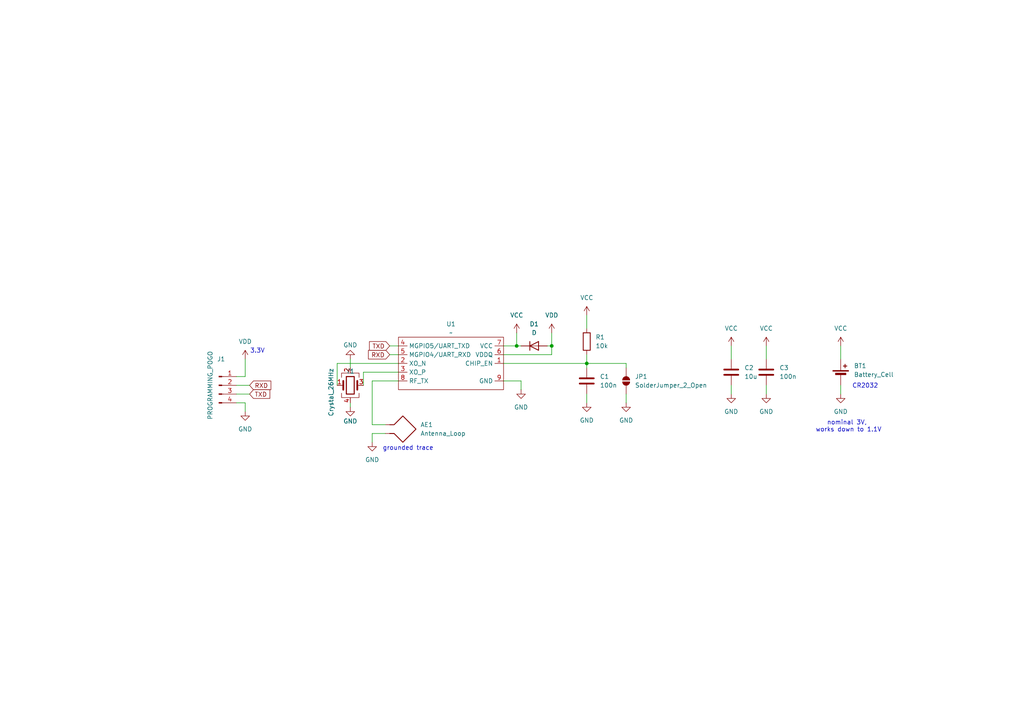
<source format=kicad_sch>
(kicad_sch (version 20231120) (generator "eeschema") (generator_version "8.0")
  (paper "A4")
  (lib_symbols
    (symbol "Connector:Conn_01x04_Pin" (pin_names (offset 1.016) hide)
      (property "Reference" "J" (at 0 5.08 0))
      (property "Value" "Conn_01x04_Pin" (at 0 -7.62 0))
      (symbol "Conn_01x04_Pin_1_1"
        (polyline (pts (xy 1.27 -5.08) (xy 0.8636 -5.08)) (stroke (width 0.1524)))
        (polyline (pts (xy 1.27 -2.54) (xy 0.8636 -2.54)) (stroke (width 0.1524)))
        (polyline (pts (xy 1.27 0) (xy 0.8636 0)) (stroke (width 0.1524)))
        (polyline (pts (xy 1.27 2.54) (xy 0.8636 2.54)) (stroke (width 0.1524)))
        (rectangle (start 0.8636 -4.953) (end 0 -5.207) (stroke (width 0.1524)) (fill (type outline)))
        (rectangle (start 0.8636 -2.413) (end 0 -2.667) (stroke (width 0.1524)) (fill (type outline)))
        (rectangle (start 0.8636 0.127) (end 0 -0.127) (stroke (width 0.1524)) (fill (type outline)))
        (rectangle (start 0.8636 2.667) (end 0 2.413) (stroke (width 0.1524)) (fill (type outline)))
        (pin passive line (at 5.08 2.54 180) (length 3.81) (name "Pin_1") (number "1"))
        (pin passive line (at 5.08 0 180) (length 3.81) (name "Pin_2") (number "2"))
        (pin passive line (at 5.08 -2.54 180) (length 3.81) (name "Pin_3") (number "3"))
        (pin passive line (at 5.08 -5.08 180) (length 3.81) (name "Pin_4") (number "4"))
      )
    )
    (symbol "Device:Antenna_Loop" (pin_numbers hide) (pin_names (offset 1.016) hide)
      (property "Reference" "AE" (at 1.27 6.35 0))
      (property "Value" "Antenna_Loop" (at 1.27 5.08 0))
      (symbol "Antenna_Loop_0_1"
        (polyline (pts (xy 2.54 -3.81) (xy 2.54 -2.54) (xy 5.08 0) (xy 1.27 3.81) (xy -2.54 0) (xy 0 -2.54) (xy 0 -3.81)) (stroke (width 0.254)))
      )
      (symbol "Antenna_Loop_1_1"
        (pin input line (at 0 -5.08 90) (length 2.54) (name "~") (number "1"))
        (pin input line (at 2.54 -5.08 90) (length 2.54) (name "~") (number "2"))
      )
    )
    (symbol "Device:Battery_Cell" (pin_numbers hide) (pin_names (offset 0) hide)
      (property "Reference" "BT" (at 2.54 2.54 0))
      (property "Value" "Battery_Cell" (at 2.54 0 0))
      (symbol "Battery_Cell_0_1"
        (rectangle (start -2.286 1.778) (end 2.286 1.524) (fill (type outline)))
        (rectangle (start -1.524 1.016) (end 1.524 0.508) (fill (type outline)))
        (polyline (pts (xy 0 0.762) (xy 0 0)))
        (polyline (pts (xy 0 1.778) (xy 0 2.54)))
        (polyline (pts (xy 0.762 3.048) (xy 1.778 3.048)) (stroke (width 0.254)))
        (polyline (pts (xy 1.27 3.556) (xy 1.27 2.54)) (stroke (width 0.254)))
      )
      (symbol "Battery_Cell_1_1"
        (pin passive line (at 0 5.08 270) (length 2.54) (name "+") (number "1"))
        (pin passive line (at 0 -2.54 90) (length 2.54) (name "-") (number "2"))
      )
    )
    (symbol "Device:C" (pin_numbers hide) (pin_names (offset 0.254))
      (property "Reference" "C" (at 0.635 2.54 0))
      (property "Value" "C" (at 0.635 -2.54 0))
      (symbol "C_0_1"
        (polyline (pts (xy -2.032 -0.762) (xy 2.032 -0.762)) (stroke (width 0.508)))
        (polyline (pts (xy -2.032 0.762) (xy 2.032 0.762)) (stroke (width 0.508)))
      )
      (symbol "C_1_1"
        (pin passive line (at 0 3.81 270) (length 2.794) (name "~") (number "1"))
        (pin passive line (at 0 -3.81 90) (length 2.794) (name "~") (number "2"))
      )
    )
    (symbol "Device:Crystal_GND24" (pin_names (offset 1.016) hide)
      (property "Reference" "Y" (at 3.175 5.08 0))
      (property "Value" "Crystal_GND24" (at 3.175 3.175 0))
      (symbol "Crystal_GND24_0_1"
        (rectangle (start -1.143 2.54) (end 1.143 -2.54) (stroke (width 0.3048)))
        (polyline (pts (xy -2.54 0) (xy -2.032 0)))
        (polyline (pts (xy -2.032 -1.27) (xy -2.032 1.27)) (stroke (width 0.508)))
        (polyline (pts (xy 0 -3.81) (xy 0 -3.556)))
        (polyline (pts (xy 0 3.556) (xy 0 3.81)))
        (polyline (pts (xy 2.032 -1.27) (xy 2.032 1.27)) (stroke (width 0.508)))
        (polyline (pts (xy 2.032 0) (xy 2.54 0)))
        (polyline (pts (xy -2.54 -2.286) (xy -2.54 -3.556) (xy 2.54 -3.556) (xy 2.54 -2.286)))
        (polyline (pts (xy -2.54 2.286) (xy -2.54 3.556) (xy 2.54 3.556) (xy 2.54 2.286)))
      )
      (symbol "Crystal_GND24_1_1"
        (pin passive line (at -3.81 0 0) (length 1.27) (name "1") (number "1"))
        (pin passive line (at 0 5.08 270) (length 1.27) (name "2") (number "2"))
        (pin passive line (at 3.81 0 180) (length 1.27) (name "3") (number "3"))
        (pin passive line (at 0 -5.08 90) (length 1.27) (name "4") (number "4"))
      )
    )
    (symbol "Device:D" (pin_numbers hide) (pin_names (offset 1.016) hide)
      (property "Reference" "D" (at 0 2.54 0))
      (property "Value" "D" (at 0 -2.54 0))
      (symbol "D_0_1"
        (polyline (pts (xy -1.27 1.27) (xy -1.27 -1.27)) (stroke (width 0.254)))
        (polyline (pts (xy 1.27 0) (xy -1.27 0)))
        (polyline (pts (xy 1.27 1.27) (xy 1.27 -1.27) (xy -1.27 0) (xy 1.27 1.27)) (stroke (width 0.254)))
      )
      (symbol "D_1_1"
        (pin passive line (at -3.81 0 0) (length 2.54) (name "K") (number "1"))
        (pin passive line (at 3.81 0 180) (length 2.54) (name "A") (number "2"))
      )
    )
    (symbol "Device:R" (pin_numbers hide) (pin_names (offset 0))
      (property "Reference" "R" (at 2.032 0 90))
      (property "Value" "R" (at 0 0 90))
      (symbol "R_0_1"
        (rectangle (start -1.016 -2.54) (end 1.016 2.54) (stroke (width 0.254)))
      )
      (symbol "R_1_1"
        (pin passive line (at 0 3.81 270) (length 1.27) (name "~") (number "1"))
        (pin passive line (at 0 -3.81 90) (length 1.27) (name "~") (number "2"))
      )
    )
    (symbol "Jumper:SolderJumper_2_Open" (pin_numbers hide) (pin_names (offset 0) hide) (exclude_from_sim yes) (in_bom no)
      (property "Reference" "JP" (at 0 2.032 0))
      (property "Value" "SolderJumper_2_Open" (at 0 -2.54 0))
      (symbol "SolderJumper_2_Open_0_1"
        (arc (start -0.254 1.016) (mid -1.2656 0) (end -0.254 -1.016))
        (arc (start -0.254 1.016) (mid -1.2656 0) (end -0.254 -1.016) (fill (type outline)))
        (polyline (pts (xy -0.254 1.016) (xy -0.254 -1.016)))
        (polyline (pts (xy 0.254 1.016) (xy 0.254 -1.016)))
        (arc (start 0.254 -1.016) (mid 1.2656 0) (end 0.254 1.016))
        (arc (start 0.254 -1.016) (mid 1.2656 0) (end 0.254 1.016) (fill (type outline)))
      )
      (symbol "SolderJumper_2_Open_1_1"
        (pin passive line (at -3.81 0 0) (length 2.54) (name "A") (number "1"))
        (pin passive line (at 3.81 0 180) (length 2.54) (name "B") (number "2"))
      )
    )
    (symbol "power:GND" (power) (pin_numbers hide) (pin_names (offset 0) hide)
      (property "Value" "GND" (at 0 -3.81 0))
      (symbol "GND_0_1"
        (polyline (pts (xy 0 0) (xy 0 -1.27) (xy 1.27 -1.27) (xy 0 -2.54) (xy -1.27 -1.27) (xy 0 -1.27)))
      )
      (symbol "GND_1_1"
        (pin power_in line (at 0 0 270) (length 0) (name "~") (number "1"))
      )
    )
    (symbol "power:VCC" (power) (pin_numbers hide) (pin_names (offset 0) hide)
      (property "Value" "VCC" (at 0 3.556 0))
      (symbol "VCC_0_1"
        (polyline (pts (xy -0.762 1.27) (xy 0 2.54)))
        (polyline (pts (xy 0 0) (xy 0 2.54)))
        (polyline (pts (xy 0 2.54) (xy 0.762 1.27)))
      )
      (symbol "VCC_1_1"
        (pin power_in line (at 0 0 90) (length 0) (name "~") (number "1"))
      )
    )
    (symbol "power:VDD" (power) (pin_numbers hide) (pin_names (offset 0) hide)
      (property "Value" "VDD" (at 0 3.556 0))
      (symbol "VDD_0_1"
        (polyline (pts (xy -0.762 1.27) (xy 0 2.54)))
        (polyline (pts (xy 0 0) (xy 0 2.54)))
        (polyline (pts (xy 0 2.54) (xy 0.762 1.27)))
      )
      (symbol "VDD_1_1"
        (pin power_in line (at 0 0 90) (length 0) (name "~") (number "1"))
      )
    )
    (symbol "project:IN100-D1"
      (property "Reference" "U" (at 1.27 1.27 0))
      (symbol "IN100-D1_0_0"
        (pin input line (at 30.48 -7.62 180) (length 2.54) (name "CHIP_EN") (number "1"))
        (pin passive line (at 0 -7.62 0) (length 2.54) (name "XO_N") (number "2"))
        (pin passive line (at 0 -10.16 0) (length 2.54) (name "XO_P") (number "3"))
        (pin bidirectional line (at 0 -2.54 0) (length 2.54) (name "MGPIO5/UART_TXD") (number "4"))
        (pin bidirectional line (at 0 -5.08 0) (length 2.54) (name "MGPIO4/UART_RXD") (number "5"))
        (pin power_in line (at 30.48 -5.08 180) (length 2.54) (name "VDDQ") (number "6"))
        (pin power_in line (at 30.48 -2.54 180) (length 2.54) (name "VCC") (number "7"))
        (pin output line (at 0 -12.7 0) (length 2.54) (name "RF_TX") (number "8"))
        (pin passive line (at 30.48 -12.7 180) (length 2.54) (name "GND") (number "9"))
      )
      (symbol "IN100-D1_0_1"
        (rectangle (start 0 0) (end 30.48 -15.24))
      )
    )
  )
  (junction (at 170.18 105.41))
  (junction (at 160.02 100.33))
  (junction (at 149.86 100.33))
  (wire (pts (xy 181.61 106.68) (xy 181.61 105.41)))
  (wire (pts (xy 107.95 123.19) (xy 107.95 110.49)))
  (wire (pts (xy 181.61 105.41) (xy 170.18 105.41)))
  (wire (pts (xy 146.05 110.49) (xy 151.13 110.49)))
  (wire (pts (xy 68.58 114.3) (xy 72.39 114.3)))
  (wire (pts (xy 170.18 102.87) (xy 170.18 105.41)))
  (wire (pts (xy 243.84 111.76) (xy 243.84 114.3)))
  (wire (pts (xy 160.02 96.52) (xy 160.02 100.33)))
  (wire (pts (xy 101.6 116.84) (xy 101.6 118.11)))
  (wire (pts (xy 212.09 111.76) (xy 212.09 114.3)))
  (wire (pts (xy 160.02 102.87) (xy 160.02 100.33)))
  (wire (pts (xy 149.86 100.33) (xy 151.13 100.33)))
  (wire (pts (xy 113.03 102.87) (xy 115.57 102.87)))
  (wire (pts (xy 107.95 110.49) (xy 115.57 110.49)))
  (wire (pts (xy 151.13 110.49) (xy 151.13 113.03)))
  (wire (pts (xy 222.25 100.33) (xy 222.25 104.14)))
  (wire (pts (xy 149.86 100.33) (xy 146.05 100.33)))
  (wire (pts (xy 170.18 114.3) (xy 170.18 116.84)))
  (wire (pts (xy 146.05 102.87) (xy 160.02 102.87)))
  (wire (pts (xy 71.12 109.22) (xy 68.58 109.22)))
  (wire (pts (xy 101.6 104.14) (xy 101.6 106.68)))
  (wire (pts (xy 243.84 100.33) (xy 243.84 104.14)))
  (wire (pts (xy 105.41 107.95) (xy 105.41 111.76)))
  (wire (pts (xy 111.76 123.19) (xy 107.95 123.19)))
  (wire (pts (xy 71.12 116.84) (xy 68.58 116.84)))
  (wire (pts (xy 113.03 100.33) (xy 115.57 100.33)))
  (wire (pts (xy 97.79 105.41) (xy 97.79 111.76)))
  (wire (pts (xy 170.18 91.44) (xy 170.18 95.25)))
  (wire (pts (xy 160.02 100.33) (xy 158.75 100.33)))
  (wire (pts (xy 115.57 105.41) (xy 97.79 105.41)))
  (wire (pts (xy 107.95 128.27) (xy 107.95 125.73)))
  (wire (pts (xy 146.05 105.41) (xy 170.18 105.41)))
  (wire (pts (xy 181.61 114.3) (xy 181.61 116.84)))
  (wire (pts (xy 68.58 111.76) (xy 72.39 111.76)))
  (wire (pts (xy 107.95 125.73) (xy 111.76 125.73)))
  (wire (pts (xy 105.41 107.95) (xy 115.57 107.95)))
  (wire (pts (xy 222.25 111.76) (xy 222.25 114.3)))
  (wire (pts (xy 170.18 105.41) (xy 170.18 106.68)))
  (wire (pts (xy 71.12 104.14) (xy 71.12 109.22)))
  (wire (pts (xy 149.86 96.52) (xy 149.86 100.33)))
  (wire (pts (xy 71.12 119.38) (xy 71.12 116.84)))
  (wire (pts (xy 212.09 100.33) (xy 212.09 104.14)))
  (text "3.3V" (at 74.676 101.854 0) (effects (font (size 1.27 1.27))))
  (text "grounded trace" (at 118.364 130.048 0) (effects (font (size 1.27 1.27))))
  (text "CR2032" (at 250.952 112.014 0) (effects (font (size 1.27 1.27))))
  (text "nominal 3V, \nworks down to 1.1V" (at 246.126 123.698 0) (effects (font (size 1.27 1.27))))
  (global_label "TXD" (shape input) (at 72.39 114.3 0) (property "Intersheetrefs" "${INTERSHEET_REFS}" (effects (hide yes))))
  (global_label "TXD" (shape input) (at 113.03 100.33 180) (property "Intersheetrefs" "${INTERSHEET_REFS}" (effects (hide yes))))
  (global_label "RXD" (shape input) (at 113.03 102.87 180) (property "Intersheetrefs" "${INTERSHEET_REFS}" (effects (hide yes))))
  (global_label "RXD" (shape input) (at 72.39 111.76 0) (property "Intersheetrefs" "${INTERSHEET_REFS}" (effects (hide yes))))
  (symbol (lib_id "Device:D") (at 154.94 100.33 0) (unit 1)
    (property "Reference" "D1" (at 154.94 93.98 0))
    (property "Value" "D" (at 154.94 96.52 0))
    (property "Footprint" "Diode_SMD:D_0402_1005Metric" (effects (hide yes)))
    (property "Description" "Diode" (effects (hide yes)))
    (property "Sim.Device" "D" (effects (hide yes)))
    (property "Sim.Pins" "1=K 2=A" (effects (hide yes)))
    (property "Digikey_PN" "1N4148WL2-TPMSCT-ND" (effects (hide yes)))
  )
  (symbol (lib_id "power:VDD") (at 71.12 104.14 0) (unit 1)
    (property "Reference" "#PWR08" (effects (hide yes)))
    (property "Value" "VDD" (at 71.12 99.06 0))
    (property "Description" "Power symbol creates a global label with name \"VDD\"" (effects (hide yes)))
  )
  (symbol (lib_id "project:IN100-D1") (at 115.57 97.79 0) (unit 1)
    (property "Reference" "U1" (at 130.81 93.98 0))
    (property "Value" "~" (at 130.81 96.52 0))
    (property "Footprint" "project:QFN-8_EP_2.5x2.5_Pitch0.5mm" (effects (hide yes)))
    (property "Digikey_PN" "3890-IN100-D1-R-YC1ICT-ND" (effects (hide yes)))
  )
  (symbol (lib_id "Device:R") (at 170.18 99.06 0) (unit 1)
    (property "Reference" "R1" (at 172.72 97.7899 0) (effects (justify left)))
    (property "Value" "10k" (at 172.72 100.3299 0) (effects (justify left)))
    (property "Footprint" "Resistor_SMD:R_0402_1005Metric" (effects (hide yes)))
    (property "Description" "Resistor" (effects (hide yes)))
    (property "Digikey_PN" "311-10KJRCT-ND" (effects (hide yes)))
  )
  (symbol (lib_id "power:VDD") (at 160.02 96.52 0) (unit 1)
    (property "Reference" "#PWR09" (effects (hide yes)))
    (property "Value" "VDD" (at 160.02 91.44 0))
    (property "Description" "Power symbol creates a global label with name \"VDD\"" (effects (hide yes)))
  )
  (symbol (lib_id "Jumper:SolderJumper_2_Open") (at 181.61 110.49 90) (unit 1) (exclude_from_sim yes) (in_bom no)
    (property "Reference" "JP1" (at 184.15 109.2199 90) (effects (justify right)))
    (property "Value" "SolderJumper_2_Open" (at 184.15 111.7599 90) (effects (justify right)))
    (property "Footprint" "Jumper:SolderJumper-2_P1.3mm_Open_Pad1.0x1.5mm" (effects (hide yes)))
    (property "Description" "Solder Jumper, 2-pole, open" (effects (hide yes)))
  )
  (symbol (lib_id "Device:C") (at 170.18 110.49 0) (unit 1)
    (property "Reference" "C1" (at 173.99 109.2199 0) (effects (justify left)))
    (property "Value" "100n" (at 173.99 111.7599 0) (effects (justify left)))
    (property "Footprint" "Capacitor_SMD:C_0402_1005Metric" (effects (hide yes)))
    (property "Description" "Unpolarized capacitor" (effects (hide yes)))
    (property "Digikey_PN" "1276-1002-1-ND" (effects (hide yes)))
  )
  (symbol (lib_id "power:GND") (at 243.84 114.3 0) (unit 1)
    (property "Reference" "#PWR01" (effects (hide yes)))
    (property "Value" "GND" (at 243.84 119.38 0))
    (property "Description" "Power symbol creates a global label with name \"GND\" , ground" (effects (hide yes)))
  )
  (symbol (lib_id "Device:C") (at 222.25 107.95 0) (unit 1)
    (property "Reference" "C3" (at 226.06 106.6799 0) (effects (justify left)))
    (property "Value" "100n" (at 226.06 109.2199 0) (effects (justify left)))
    (property "Footprint" "Capacitor_SMD:C_0402_1005Metric" (effects (hide yes)))
    (property "Description" "Unpolarized capacitor" (effects (hide yes)))
    (property "Digikey_PN" "1276-1002-1-ND" (effects (hide yes)))
  )
  (symbol (lib_id "power:VCC") (at 212.09 100.33 0) (unit 1)
    (property "Reference" "#PWR015" (effects (hide yes)))
    (property "Value" "VCC" (at 212.09 95.25 0))
    (property "Description" "Power symbol creates a global label with name \"VCC\"" (effects (hide yes)))
  )
  (symbol (lib_id "power:GND") (at 222.25 114.3 0) (unit 1)
    (property "Reference" "#PWR013" (effects (hide yes)))
    (property "Value" "GND" (at 222.25 119.38 0))
    (property "Description" "Power symbol creates a global label with name \"GND\" , ground" (effects (hide yes)))
  )
  (symbol (lib_id "Device:Antenna_Loop") (at 116.84 123.19 270) (unit 1) (in_bom no)
    (property "Reference" "AE1" (at 121.92 123.1899 90) (effects (justify left)))
    (property "Value" "Antenna_Loop" (at 121.92 125.7299 90) (effects (justify left)))
    (property "Footprint" "project:rf_2.4ghz_pcb_antenna" (effects (hide yes)))
    (property "Description" "Loop antenna" (effects (hide yes)))
  )
  (symbol (lib_id "power:GND") (at 101.6 118.11 0) (unit 1)
    (property "Reference" "#PWR06" (effects (hide yes)))
    (property "Value" "GND" (at 101.6 122.174 0))
    (property "Description" "Power symbol creates a global label with name \"GND\" , ground" (effects (hide yes)))
  )
  (symbol (lib_id "Connector:Conn_01x04_Pin") (at 63.5 111.76 0) (unit 1)
    (property "Reference" "J1" (at 64.135 104.14 0))
    (property "Value" "PROGRAMMING_POGO" (at 60.96 111.76 90))
    (property "Footprint" "project:pogo_4" (effects (hide yes)))
    (property "Description" "Generic connector, single row, 01x04, script generated" (effects (hide yes)))
  )
  (symbol (lib_id "power:GND") (at 151.13 113.03 0) (unit 1)
    (property "Reference" "#PWR02" (effects (hide yes)))
    (property "Value" "GND" (at 151.13 118.11 0))
    (property "Description" "Power symbol creates a global label with name \"GND\" , ground" (effects (hide yes)))
  )
  (symbol (lib_id "Device:Battery_Cell") (at 243.84 109.22 0) (unit 1)
    (property "Reference" "BT1" (at 247.65 106.1084 0) (effects (justify left)))
    (property "Value" "Battery_Cell" (at 247.65 108.6484 0) (effects (justify left)))
    (property "Footprint" "project:BAT_BC-2003" (effects (hide yes)))
    (property "Description" "Single-cell battery" (effects (hide yes)))
    (property "Digikey_PN" "BC-2003-TR-CT-ND" (effects (hide yes)))
  )
  (symbol (lib_id "power:VCC") (at 243.84 100.33 0) (unit 1)
    (property "Reference" "#PWR03" (effects (hide yes)))
    (property "Value" "VCC" (at 243.84 95.25 0))
    (property "Description" "Power symbol creates a global label with name \"VCC\"" (effects (hide yes)))
  )
  (symbol (lib_id "Device:C") (at 212.09 107.95 0) (unit 1)
    (property "Reference" "C2" (at 215.9 106.6799 0) (effects (justify left)))
    (property "Value" "10u" (at 215.9 109.2199 0) (effects (justify left)))
    (property "Footprint" "Capacitor_SMD:C_0402_1005Metric" (effects (hide yes)))
    (property "Description" "Unpolarized capacitor" (effects (hide yes)))
    (property "Digikey_PN" "1276-1451-1-ND" (effects (hide yes)))
  )
  (symbol (lib_id "power:GND") (at 107.95 128.27 0) (unit 1)
    (property "Reference" "#PWR05" (effects (hide yes)))
    (property "Value" "GND" (at 107.95 133.35 0))
    (property "Description" "Power symbol creates a global label with name \"GND\" , ground" (effects (hide yes)))
  )
  (symbol (lib_id "power:VCC") (at 170.18 91.44 0) (unit 1)
    (property "Reference" "#PWR04" (effects (hide yes)))
    (property "Value" "VCC" (at 170.18 86.36 0))
    (property "Description" "Power symbol creates a global label with name \"VCC\"" (effects (hide yes)))
  )
  (symbol (lib_id "power:GND") (at 71.12 119.38 0) (unit 1)
    (property "Reference" "#PWR07" (effects (hide yes)))
    (property "Value" "GND" (at 71.12 124.46 0))
    (property "Description" "Power symbol creates a global label with name \"GND\" , ground" (effects (hide yes)))
  )
  (symbol (lib_id "power:GND") (at 101.6 104.14 180) (unit 1)
    (property "Reference" "#PWR017" (effects (hide yes)))
    (property "Value" "GND" (at 101.6 100.076 0))
    (property "Description" "Power symbol creates a global label with name \"GND\" , ground" (effects (hide yes)))
  )
  (symbol (lib_id "power:GND") (at 181.61 116.84 0) (unit 1)
    (property "Reference" "#PWR011" (effects (hide yes)))
    (property "Value" "GND" (at 181.61 121.92 0))
    (property "Description" "Power symbol creates a global label with name \"GND\" , ground" (effects (hide yes)))
  )
  (symbol (lib_id "power:GND") (at 170.18 116.84 0) (unit 1)
    (property "Reference" "#PWR010" (effects (hide yes)))
    (property "Value" "GND" (at 170.18 121.92 0))
    (property "Description" "Power symbol creates a global label with name \"GND\" , ground" (effects (hide yes)))
  )
  (symbol (lib_id "Device:Crystal_GND24") (at 101.6 111.76 0) (unit 1)
    (property "Reference" "Y1" (at 101.6 107.696 0))
    (property "Value" "Crystal_26MHz" (at 96.012 113.792 90))
    (property "Footprint" "Crystal:Crystal_SMD_SeikoEpson_FA128-4Pin_2.0x1.6mm" (effects (hide yes)))
    (property "Description" "Four pin crystal, GND on pins 2 and 4" (effects (hide yes)))
    (property "Digikey_PN" "490-9764-1-ND" (effects (hide yes)))
  )
  (symbol (lib_id "power:VCC") (at 149.86 96.52 0) (unit 1)
    (property "Reference" "#PWR014" (effects (hide yes)))
    (property "Value" "VCC" (at 149.86 91.44 0))
    (property "Description" "Power symbol creates a global label with name \"VCC\"" (effects (hide yes)))
  )
  (symbol (lib_id "power:VCC") (at 222.25 100.33 0) (unit 1)
    (property "Reference" "#PWR016" (effects (hide yes)))
    (property "Value" "VCC" (at 222.25 95.25 0))
    (property "Description" "Power symbol creates a global label with name \"VCC\"" (effects (hide yes)))
  )
  (symbol (lib_id "power:GND") (at 212.09 114.3 0) (unit 1)
    (property "Reference" "#PWR012" (effects (hide yes)))
    (property "Value" "GND" (at 212.09 119.38 0))
    (property "Description" "Power symbol creates a global label with name \"GND\" , ground" (effects (hide yes)))
  )
)
</source>
